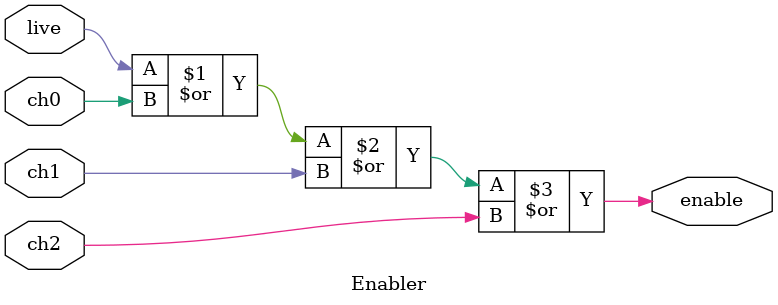
<source format=v>
module Enabler ( input live, ch0, ch1, ch2, output enable);

	//determine whether live playback or any channels are active
	assign enable = live | ch0 | ch1 | ch2;

endmodule
</source>
